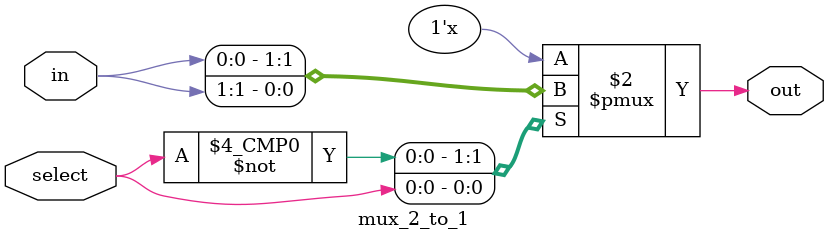
<source format=v>
/* Copyright (C) 2019 Radhamadhab Dalai - All Rights Reserved
 * You may use, distribute and modify this code under the
 * terms of the license, which unfortunately won't be
 * written for another century.
 *
 * You should have received a copy of the license with
 * this file. If not, please write to: dalai115@gmail.com.
 */


module mux_2_to_1 (out, in, select);

  parameter WIDTH = 1;
  output [WIDTH-1:0] out;
  input [(2*WIDTH)-1:0] in;
  input select;

  reg [WIDTH-1:0] out;

  always @ (in or select) begin
    casex(select)
      1'b0: out <= in[WIDTH-1:0];
      1'b1: out <= in[(2*WIDTH)-1:WIDTH];
      default: out <= {WIDTH{1'bx}};
    endcase
  end
endmodule

</source>
